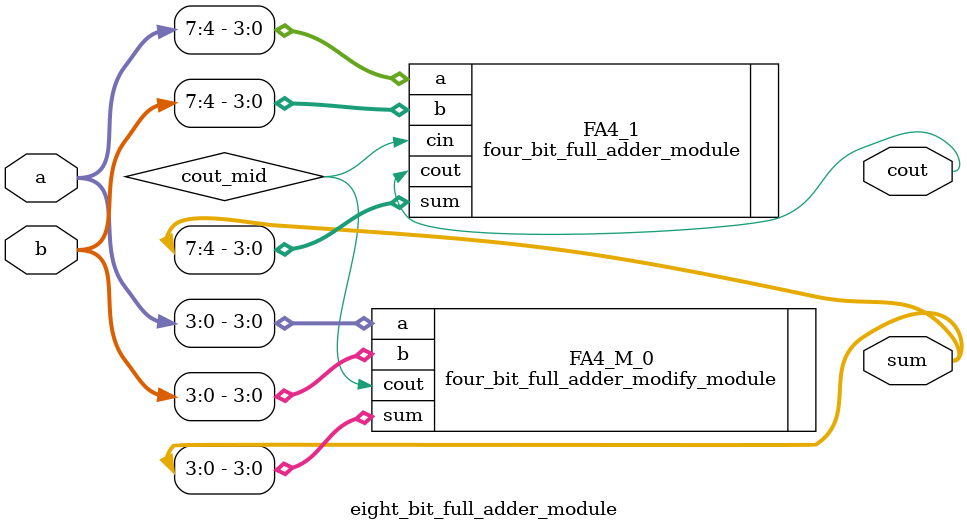
<source format=v>
module eight_bit_full_adder_module (a, b, sum, cout);
	input [7:0] a, b;
	output [7:0] sum;
	output cout;

	wire cout_mid;

	//Fill this out	
    four_bit_full_adder_modify_module FA4_M_0 (.a(a[3:0]), .b(b[3:0]), .sum(sum[3:0]), .cout(cout_mid));
    four_bit_full_adder_module FA4_1 (.a(a[7:4]), .b(b[7:4]), .cin(cout_mid), .sum(sum[7:4]), .cout(cout));
endmodule

</source>
